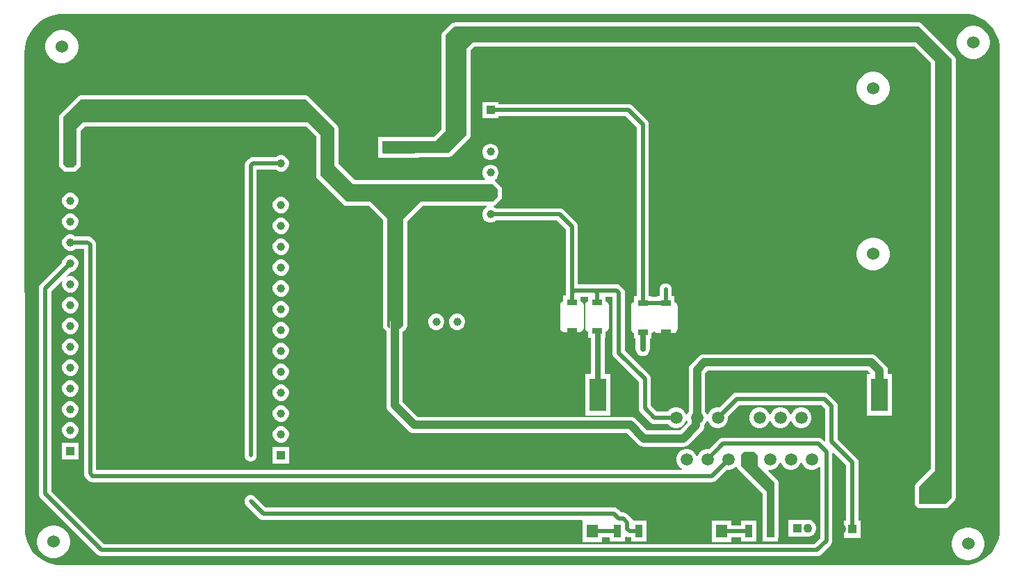
<source format=gtl>
%TF.GenerationSoftware,Altium Limited,Altium Designer,23.7.1 (13)*%
G04 Layer_Physical_Order=1*
G04 Layer_Color=255*
%FSLAX45Y45*%
%MOMM*%
%TF.SameCoordinates,4FC3C7EC-8D88-42E2-AD13-77C46488DAC4*%
%TF.FilePolarity,Positive*%
%TF.FileFunction,Copper,L1,Top,Signal*%
%TF.Part,Single*%
G01*
G75*
%TA.AperFunction,SMDPad,CuDef*%
%ADD10R,1.19380X0.66040*%
%ADD11R,1.40000X1.60000*%
%ADD12R,2.00000X4.00000*%
%ADD13R,0.90000X1.55000*%
%TA.AperFunction,Conductor*%
%ADD14C,0.50000*%
%ADD15C,0.70000*%
%ADD16C,1.00000*%
%TA.AperFunction,WasherPad*%
%ADD17C,1.52400*%
%TA.AperFunction,ComponentPad*%
%ADD18R,1.10000X1.10000*%
%ADD19C,1.10000*%
%ADD20C,1.50000*%
%ADD21R,1.50000X1.50000*%
%ADD22R,0.98500X0.98500*%
%ADD23C,0.98500*%
%ADD24R,4.00000X1.50000*%
%ADD25R,3.50000X1.50000*%
%ADD26R,1.50000X3.50000*%
%ADD27R,0.98500X0.98500*%
%TA.AperFunction,ViaPad*%
%ADD28C,0.50000*%
G36*
X560221Y6799898D02*
X11518900Y6799899D01*
X11522289Y6800573D01*
X11576083Y6797047D01*
X11632287Y6785868D01*
X11686552Y6767447D01*
X11737948Y6742102D01*
X11785595Y6710264D01*
X11828680Y6672480D01*
X11866464Y6629396D01*
X11898302Y6581748D01*
X11923647Y6530352D01*
X11942067Y6476087D01*
X11953247Y6419883D01*
X11956773Y6366090D01*
X11956099Y6362700D01*
X11956099Y520700D01*
X11956773Y517310D01*
X11953247Y463517D01*
X11942068Y407313D01*
X11923647Y353048D01*
X11898302Y301652D01*
X11866464Y254004D01*
X11828680Y210920D01*
X11785596Y173136D01*
X11737948Y141298D01*
X11686552Y115953D01*
X11632287Y97532D01*
X11576083Y86353D01*
X11522290Y82827D01*
X11518900Y83501D01*
X520700D01*
X517310Y82827D01*
X463517Y86353D01*
X407313Y97532D01*
X353048Y115953D01*
X301652Y141298D01*
X254004Y173136D01*
X210920Y210920D01*
X173136Y254004D01*
X141298Y301652D01*
X115953Y353048D01*
X97532Y407313D01*
X86353Y463517D01*
X83436Y508021D01*
X83501Y520700D01*
Y520767D01*
X83488Y533400D01*
X77401Y6317145D01*
X76655Y6320872D01*
X80546Y6380228D01*
X92892Y6442298D01*
X113235Y6502226D01*
X141225Y6558985D01*
X176385Y6611605D01*
X218113Y6659186D01*
X265693Y6700913D01*
X318314Y6736073D01*
X375073Y6764064D01*
X435001Y6784407D01*
X497071Y6796753D01*
X556462Y6800646D01*
X560221Y6799898D01*
D02*
G37*
%LPC*%
G36*
X11652898Y6651600D02*
X11613502D01*
X11574862Y6643914D01*
X11538465Y6628838D01*
X11505707Y6606950D01*
X11477850Y6579093D01*
X11455962Y6546335D01*
X11440886Y6509938D01*
X11433200Y6471298D01*
Y6431902D01*
X11440886Y6393262D01*
X11455962Y6356865D01*
X11477850Y6324107D01*
X11505707Y6296250D01*
X11538465Y6274362D01*
X11574862Y6259286D01*
X11613502Y6251600D01*
X11652898D01*
X11691538Y6259286D01*
X11727935Y6274362D01*
X11760693Y6296250D01*
X11788550Y6324107D01*
X11810438Y6356865D01*
X11825514Y6393262D01*
X11833200Y6431902D01*
Y6471298D01*
X11825514Y6509938D01*
X11810438Y6546335D01*
X11788550Y6579093D01*
X11760693Y6606950D01*
X11727935Y6628838D01*
X11691538Y6643914D01*
X11652898Y6651600D01*
D02*
G37*
G36*
X553098Y6600800D02*
X513702D01*
X475062Y6593114D01*
X438665Y6578038D01*
X405907Y6556150D01*
X378050Y6528293D01*
X356162Y6495535D01*
X341086Y6459138D01*
X333400Y6420498D01*
Y6381102D01*
X341086Y6342462D01*
X356162Y6306065D01*
X378050Y6273307D01*
X405907Y6245450D01*
X438665Y6223562D01*
X475062Y6208486D01*
X513702Y6200800D01*
X553098D01*
X591738Y6208486D01*
X628135Y6223562D01*
X660893Y6245450D01*
X688750Y6273307D01*
X710638Y6306065D01*
X725714Y6342462D01*
X733400Y6381102D01*
Y6420498D01*
X725714Y6459138D01*
X710638Y6495535D01*
X688750Y6528293D01*
X660893Y6556150D01*
X628135Y6578038D01*
X591738Y6593114D01*
X553098Y6600800D01*
D02*
G37*
G36*
X10433698Y6092800D02*
X10394302D01*
X10355662Y6085114D01*
X10319265Y6070038D01*
X10286507Y6048150D01*
X10258650Y6020293D01*
X10236762Y5987535D01*
X10221686Y5951138D01*
X10214000Y5912498D01*
Y5873102D01*
X10221686Y5834462D01*
X10236762Y5798065D01*
X10258650Y5765307D01*
X10286507Y5737450D01*
X10319265Y5715562D01*
X10355662Y5700486D01*
X10394302Y5692800D01*
X10433698D01*
X10472338Y5700486D01*
X10508735Y5715562D01*
X10541493Y5737450D01*
X10569350Y5765307D01*
X10591238Y5798065D01*
X10606314Y5834462D01*
X10614000Y5873102D01*
Y5912498D01*
X10606314Y5951138D01*
X10591238Y5987535D01*
X10569350Y6020293D01*
X10541493Y6048150D01*
X10508735Y6070038D01*
X10472338Y6085114D01*
X10433698Y6092800D01*
D02*
G37*
G36*
X5766167Y5217350D02*
X5740033D01*
X5714791Y5210586D01*
X5692159Y5197520D01*
X5673680Y5179041D01*
X5660614Y5156409D01*
X5653850Y5131167D01*
Y5105033D01*
X5660614Y5079791D01*
X5673680Y5057159D01*
X5692159Y5038680D01*
X5714791Y5025614D01*
X5740033Y5018850D01*
X5766167D01*
X5791409Y5025614D01*
X5814041Y5038680D01*
X5832520Y5057159D01*
X5845586Y5079791D01*
X5852350Y5105033D01*
Y5131167D01*
X5845586Y5156409D01*
X5832520Y5179041D01*
X5814041Y5197520D01*
X5791409Y5210586D01*
X5766167Y5217350D01*
D02*
G37*
G36*
X3213467Y5077650D02*
X3187333D01*
X3162091Y5070886D01*
X3139459Y5057820D01*
X3135687Y5054047D01*
X2861390D01*
X2841811Y5051469D01*
X2823566Y5043912D01*
X2807899Y5031891D01*
X2778609Y5002601D01*
X2766588Y4986934D01*
X2759031Y4968689D01*
X2756453Y4949110D01*
Y1422400D01*
X2757100Y1417484D01*
Y1412526D01*
X2758383Y1407737D01*
X2759031Y1402821D01*
X2760928Y1398241D01*
X2762211Y1393451D01*
X2764691Y1389156D01*
X2766588Y1384576D01*
X2769606Y1380643D01*
X2772085Y1376349D01*
X2775591Y1372844D01*
X2778609Y1368909D01*
X2782544Y1365891D01*
X2786049Y1362385D01*
X2790343Y1359906D01*
X2794276Y1356888D01*
X2798856Y1354991D01*
X2803151Y1352511D01*
X2807941Y1351228D01*
X2812521Y1349331D01*
X2817437Y1348683D01*
X2822226Y1347400D01*
X2827184D01*
X2832100Y1346753D01*
X2837016Y1347400D01*
X2841974D01*
X2846763Y1348683D01*
X2851679Y1349331D01*
X2856259Y1351228D01*
X2861049Y1352511D01*
X2865344Y1354991D01*
X2869924Y1356888D01*
X2873857Y1359906D01*
X2878151Y1362385D01*
X2881656Y1365891D01*
X2885591Y1368909D01*
X2888609Y1372844D01*
X2892115Y1376349D01*
X2894594Y1380643D01*
X2897612Y1384576D01*
X2899509Y1389156D01*
X2901989Y1393451D01*
X2903272Y1398241D01*
X2905169Y1402821D01*
X2905817Y1407737D01*
X2907100Y1412526D01*
Y1417484D01*
X2907747Y1422400D01*
Y4902753D01*
X3135687D01*
X3139459Y4898980D01*
X3162091Y4885914D01*
X3187333Y4879150D01*
X3213467D01*
X3238709Y4885914D01*
X3261341Y4898980D01*
X3279820Y4917459D01*
X3292886Y4940091D01*
X3299650Y4965333D01*
Y4991467D01*
X3292886Y5016709D01*
X3279820Y5039341D01*
X3261341Y5057820D01*
X3238709Y5070886D01*
X3213467Y5077650D01*
D02*
G37*
G36*
X648067Y4620450D02*
X621933D01*
X596691Y4613686D01*
X574059Y4600620D01*
X555580Y4582141D01*
X542514Y4559509D01*
X535750Y4534267D01*
Y4508133D01*
X542514Y4482891D01*
X555580Y4460259D01*
X574059Y4441780D01*
X596691Y4428714D01*
X621933Y4421950D01*
X648067D01*
X673309Y4428714D01*
X695941Y4441780D01*
X714420Y4460259D01*
X727486Y4482891D01*
X734250Y4508133D01*
Y4534267D01*
X727486Y4559509D01*
X714420Y4582141D01*
X695941Y4600620D01*
X673309Y4613686D01*
X648067Y4620450D01*
D02*
G37*
G36*
X3213467Y4569650D02*
X3187333D01*
X3162091Y4562886D01*
X3139459Y4549820D01*
X3120980Y4531341D01*
X3107914Y4508709D01*
X3101150Y4483467D01*
Y4457333D01*
X3107914Y4432091D01*
X3120980Y4409459D01*
X3139459Y4390980D01*
X3162091Y4377914D01*
X3187333Y4371150D01*
X3213467D01*
X3238709Y4377914D01*
X3261341Y4390980D01*
X3279820Y4409459D01*
X3292886Y4432091D01*
X3299650Y4457333D01*
Y4483467D01*
X3292886Y4508709D01*
X3279820Y4531341D01*
X3261341Y4549820D01*
X3238709Y4562886D01*
X3213467Y4569650D01*
D02*
G37*
G36*
X648067Y4366450D02*
X621933D01*
X596691Y4359686D01*
X574059Y4346620D01*
X555580Y4328141D01*
X542514Y4305509D01*
X535750Y4280267D01*
Y4254133D01*
X542514Y4228891D01*
X555580Y4206259D01*
X574059Y4187780D01*
X596691Y4174714D01*
X621933Y4167950D01*
X648067D01*
X673309Y4174714D01*
X695941Y4187780D01*
X714420Y4206259D01*
X727486Y4228891D01*
X734250Y4254133D01*
Y4280267D01*
X727486Y4305509D01*
X714420Y4328141D01*
X695941Y4346620D01*
X673309Y4359686D01*
X648067Y4366450D01*
D02*
G37*
G36*
X3213467Y4315650D02*
X3187333D01*
X3162091Y4308886D01*
X3139459Y4295820D01*
X3120980Y4277341D01*
X3107914Y4254709D01*
X3101150Y4229467D01*
Y4203333D01*
X3107914Y4178091D01*
X3120980Y4155459D01*
X3139459Y4136980D01*
X3162091Y4123914D01*
X3187333Y4117150D01*
X3213467D01*
X3238709Y4123914D01*
X3261341Y4136980D01*
X3279820Y4155459D01*
X3292886Y4178091D01*
X3299650Y4203333D01*
Y4229467D01*
X3292886Y4254709D01*
X3279820Y4277341D01*
X3261341Y4295820D01*
X3238709Y4308886D01*
X3213467Y4315650D01*
D02*
G37*
G36*
Y4061650D02*
X3187333D01*
X3162091Y4054886D01*
X3139459Y4041820D01*
X3120980Y4023341D01*
X3107914Y4000709D01*
X3101150Y3975467D01*
Y3949333D01*
X3107914Y3924091D01*
X3120980Y3901459D01*
X3139459Y3882980D01*
X3162091Y3869914D01*
X3187333Y3863150D01*
X3213467D01*
X3238709Y3869914D01*
X3261341Y3882980D01*
X3279820Y3901459D01*
X3292886Y3924091D01*
X3299650Y3949333D01*
Y3975467D01*
X3292886Y4000709D01*
X3279820Y4023341D01*
X3261341Y4041820D01*
X3238709Y4054886D01*
X3213467Y4061650D01*
D02*
G37*
G36*
X10433698Y4073500D02*
X10394302D01*
X10355662Y4065814D01*
X10319265Y4050738D01*
X10286507Y4028850D01*
X10258650Y4000993D01*
X10236762Y3968235D01*
X10221686Y3931838D01*
X10214000Y3893198D01*
Y3853802D01*
X10221686Y3815162D01*
X10236762Y3778765D01*
X10258650Y3746007D01*
X10286507Y3718150D01*
X10319265Y3696262D01*
X10355662Y3681186D01*
X10394302Y3673500D01*
X10433698D01*
X10472338Y3681186D01*
X10508735Y3696262D01*
X10541493Y3718150D01*
X10569350Y3746007D01*
X10591238Y3778765D01*
X10606314Y3815162D01*
X10614000Y3853802D01*
Y3893198D01*
X10606314Y3931838D01*
X10591238Y3968235D01*
X10569350Y4000993D01*
X10541493Y4028850D01*
X10508735Y4050738D01*
X10472338Y4065814D01*
X10433698Y4073500D01*
D02*
G37*
G36*
X3213467Y3807650D02*
X3187333D01*
X3162091Y3800886D01*
X3139459Y3787820D01*
X3120980Y3769341D01*
X3107914Y3746709D01*
X3101150Y3721467D01*
Y3695333D01*
X3107914Y3670091D01*
X3120980Y3647459D01*
X3139459Y3628980D01*
X3162091Y3615914D01*
X3187333Y3609150D01*
X3213467D01*
X3238709Y3615914D01*
X3261341Y3628980D01*
X3279820Y3647459D01*
X3292886Y3670091D01*
X3299650Y3695333D01*
Y3721467D01*
X3292886Y3746709D01*
X3279820Y3769341D01*
X3261341Y3787820D01*
X3238709Y3800886D01*
X3213467Y3807650D01*
D02*
G37*
G36*
Y3553650D02*
X3187333D01*
X3162091Y3546886D01*
X3139459Y3533820D01*
X3120980Y3515341D01*
X3107914Y3492709D01*
X3101150Y3467467D01*
Y3441333D01*
X3107914Y3416091D01*
X3120980Y3393459D01*
X3139459Y3374980D01*
X3162091Y3361914D01*
X3187333Y3355150D01*
X3213467D01*
X3238709Y3361914D01*
X3261341Y3374980D01*
X3279820Y3393459D01*
X3292886Y3416091D01*
X3299650Y3441333D01*
Y3467467D01*
X3292886Y3492709D01*
X3279820Y3515341D01*
X3261341Y3533820D01*
X3238709Y3546886D01*
X3213467Y3553650D01*
D02*
G37*
G36*
X648067Y3350450D02*
X621933D01*
X596691Y3343686D01*
X574059Y3330620D01*
X555580Y3312141D01*
X542514Y3289509D01*
X535750Y3264267D01*
Y3238133D01*
X542514Y3212891D01*
X555580Y3190259D01*
X574059Y3171780D01*
X596691Y3158714D01*
X621933Y3151950D01*
X648067D01*
X673309Y3158714D01*
X695941Y3171780D01*
X714420Y3190259D01*
X727486Y3212891D01*
X734250Y3238133D01*
Y3264267D01*
X727486Y3289509D01*
X714420Y3312141D01*
X695941Y3330620D01*
X673309Y3343686D01*
X648067Y3350450D01*
D02*
G37*
G36*
X3213467Y3299650D02*
X3187333D01*
X3162091Y3292886D01*
X3139459Y3279820D01*
X3120980Y3261341D01*
X3107914Y3238709D01*
X3101150Y3213467D01*
Y3187333D01*
X3107914Y3162091D01*
X3120980Y3139459D01*
X3139459Y3120980D01*
X3162091Y3107914D01*
X3187333Y3101150D01*
X3213467D01*
X3238709Y3107914D01*
X3261341Y3120980D01*
X3279820Y3139459D01*
X3292886Y3162091D01*
X3299650Y3187333D01*
Y3213467D01*
X3292886Y3238709D01*
X3279820Y3261341D01*
X3261341Y3279820D01*
X3238709Y3292886D01*
X3213467Y3299650D01*
D02*
G37*
G36*
X5852350Y5725350D02*
X5653850D01*
Y5526850D01*
X5852350D01*
Y5550453D01*
X7398166D01*
X7531653Y5416966D01*
Y3357080D01*
X7497610D01*
Y3283562D01*
X7495081Y3283059D01*
X7478542Y3272008D01*
X7467491Y3255469D01*
X7463610Y3235960D01*
Y2961640D01*
X7467491Y2942131D01*
X7478542Y2925592D01*
X7495081Y2914541D01*
X7497610Y2914038D01*
Y2840520D01*
X7521567D01*
Y2717800D01*
X7524488Y2695611D01*
X7533053Y2674933D01*
X7546677Y2657177D01*
X7564433Y2643553D01*
X7585111Y2634988D01*
X7607300Y2632067D01*
X7629489Y2634988D01*
X7650167Y2643553D01*
X7667923Y2657177D01*
X7681547Y2674933D01*
X7690112Y2695611D01*
X7693033Y2717800D01*
Y2840520D01*
X7716990D01*
Y2914038D01*
X7719519Y2914541D01*
X7736058Y2925592D01*
X7740650Y2932465D01*
X7753350D01*
X7757942Y2925592D01*
X7774481Y2914541D01*
X7793990Y2910660D01*
X7979410D01*
X7998919Y2914541D01*
X8015458Y2925592D01*
X8026509Y2942131D01*
X8030390Y2961640D01*
Y3235960D01*
X8026509Y3255469D01*
X8015458Y3272008D01*
X7998919Y3283059D01*
X7996390Y3283562D01*
Y3357080D01*
X7962347D01*
Y3441700D01*
X7961700Y3446616D01*
Y3451574D01*
X7960417Y3456363D01*
X7959769Y3461279D01*
X7957872Y3465859D01*
X7956589Y3470649D01*
X7954109Y3474944D01*
X7952212Y3479524D01*
X7949194Y3483457D01*
X7946715Y3487751D01*
X7943209Y3491256D01*
X7940191Y3495191D01*
X7936256Y3498209D01*
X7932751Y3501715D01*
X7928457Y3504194D01*
X7924524Y3507212D01*
X7919944Y3509109D01*
X7915649Y3511589D01*
X7910859Y3512872D01*
X7906279Y3514769D01*
X7901363Y3515417D01*
X7896574Y3516700D01*
X7891616D01*
X7886700Y3517347D01*
X7881784Y3516700D01*
X7876826D01*
X7872037Y3515417D01*
X7867121Y3514769D01*
X7862541Y3512872D01*
X7857751Y3511589D01*
X7853456Y3509109D01*
X7848876Y3507212D01*
X7844943Y3504194D01*
X7840649Y3501715D01*
X7837144Y3498209D01*
X7833209Y3495191D01*
X7830191Y3491256D01*
X7826685Y3487751D01*
X7824206Y3483457D01*
X7821188Y3479524D01*
X7819291Y3474944D01*
X7816811Y3470649D01*
X7815528Y3465859D01*
X7813631Y3461279D01*
X7812983Y3456363D01*
X7811700Y3451574D01*
Y3446616D01*
X7811053Y3441700D01*
Y3357080D01*
X7777010D01*
Y3349707D01*
X7716990D01*
Y3357080D01*
X7682947D01*
Y5448300D01*
X7680369Y5467879D01*
X7672812Y5486124D01*
X7660791Y5501791D01*
X7660790Y5501791D01*
X7482991Y5679591D01*
X7467324Y5691612D01*
X7449079Y5699169D01*
X7429500Y5701747D01*
X5852350D01*
Y5725350D01*
D02*
G37*
G36*
X648067Y3096450D02*
X621933D01*
X596691Y3089686D01*
X574059Y3076620D01*
X555580Y3058141D01*
X542514Y3035509D01*
X535750Y3010267D01*
Y2984133D01*
X542514Y2958891D01*
X555580Y2936259D01*
X574059Y2917780D01*
X596691Y2904714D01*
X621933Y2897950D01*
X648067D01*
X673309Y2904714D01*
X695941Y2917780D01*
X714420Y2936259D01*
X727486Y2958891D01*
X734250Y2984133D01*
Y3010267D01*
X727486Y3035509D01*
X714420Y3058141D01*
X695941Y3076620D01*
X673309Y3089686D01*
X648067Y3096450D01*
D02*
G37*
G36*
X3213467Y3045650D02*
X3187333D01*
X3162091Y3038886D01*
X3139459Y3025820D01*
X3120980Y3007341D01*
X3107914Y2984709D01*
X3101150Y2959467D01*
Y2933333D01*
X3107914Y2908091D01*
X3120980Y2885459D01*
X3139459Y2866980D01*
X3162091Y2853914D01*
X3187333Y2847150D01*
X3213467D01*
X3238709Y2853914D01*
X3261341Y2866980D01*
X3279820Y2885459D01*
X3292886Y2908091D01*
X3299650Y2933333D01*
Y2959467D01*
X3292886Y2984709D01*
X3279820Y3007341D01*
X3261341Y3025820D01*
X3238709Y3038886D01*
X3213467Y3045650D01*
D02*
G37*
G36*
X648067Y2842450D02*
X621933D01*
X596691Y2835686D01*
X574059Y2822620D01*
X555580Y2804141D01*
X542514Y2781509D01*
X535750Y2756267D01*
Y2730133D01*
X542514Y2704891D01*
X555580Y2682259D01*
X574059Y2663780D01*
X596691Y2650714D01*
X621933Y2643950D01*
X648067D01*
X673309Y2650714D01*
X695941Y2663780D01*
X714420Y2682259D01*
X727486Y2704891D01*
X734250Y2730133D01*
Y2756267D01*
X727486Y2781509D01*
X714420Y2804141D01*
X695941Y2822620D01*
X673309Y2835686D01*
X648067Y2842450D01*
D02*
G37*
G36*
X3213467Y2791650D02*
X3187333D01*
X3162091Y2784886D01*
X3139459Y2771820D01*
X3120980Y2753341D01*
X3107914Y2730709D01*
X3101150Y2705467D01*
Y2679333D01*
X3107914Y2654091D01*
X3120980Y2631459D01*
X3139459Y2612980D01*
X3162091Y2599914D01*
X3187333Y2593150D01*
X3213467D01*
X3238709Y2599914D01*
X3261341Y2612980D01*
X3279820Y2631459D01*
X3292886Y2654091D01*
X3299650Y2679333D01*
Y2705467D01*
X3292886Y2730709D01*
X3279820Y2753341D01*
X3261341Y2771820D01*
X3238709Y2784886D01*
X3213467Y2791650D01*
D02*
G37*
G36*
X648067Y2588450D02*
X621933D01*
X596691Y2581686D01*
X574059Y2568620D01*
X555580Y2550141D01*
X542514Y2527509D01*
X535750Y2502267D01*
Y2476133D01*
X542514Y2450891D01*
X555580Y2428259D01*
X574059Y2409780D01*
X596691Y2396714D01*
X621933Y2389950D01*
X648067D01*
X673309Y2396714D01*
X695941Y2409780D01*
X714420Y2428259D01*
X727486Y2450891D01*
X734250Y2476133D01*
Y2502267D01*
X727486Y2527509D01*
X714420Y2550141D01*
X695941Y2568620D01*
X673309Y2581686D01*
X648067Y2588450D01*
D02*
G37*
G36*
X3213467Y2537650D02*
X3187333D01*
X3162091Y2530886D01*
X3139459Y2517820D01*
X3120980Y2499341D01*
X3107914Y2476709D01*
X3101150Y2451467D01*
Y2425333D01*
X3107914Y2400091D01*
X3120980Y2377459D01*
X3139459Y2358980D01*
X3162091Y2345914D01*
X3187333Y2339150D01*
X3213467D01*
X3238709Y2345914D01*
X3261341Y2358980D01*
X3279820Y2377459D01*
X3292886Y2400091D01*
X3299650Y2425333D01*
Y2451467D01*
X3292886Y2476709D01*
X3279820Y2499341D01*
X3261341Y2517820D01*
X3238709Y2530886D01*
X3213467Y2537650D01*
D02*
G37*
G36*
X648067Y2334450D02*
X621933D01*
X596691Y2327686D01*
X574059Y2314620D01*
X555580Y2296141D01*
X542514Y2273509D01*
X535750Y2248267D01*
Y2222133D01*
X542514Y2196891D01*
X555580Y2174259D01*
X574059Y2155780D01*
X596691Y2142714D01*
X621933Y2135950D01*
X648067D01*
X673309Y2142714D01*
X695941Y2155780D01*
X714420Y2174259D01*
X727486Y2196891D01*
X734250Y2222133D01*
Y2248267D01*
X727486Y2273509D01*
X714420Y2296141D01*
X695941Y2314620D01*
X673309Y2327686D01*
X648067Y2334450D01*
D02*
G37*
G36*
X3213467Y2283650D02*
X3187333D01*
X3162091Y2276886D01*
X3139459Y2263820D01*
X3120980Y2245341D01*
X3107914Y2222709D01*
X3101150Y2197467D01*
Y2171333D01*
X3107914Y2146091D01*
X3120980Y2123459D01*
X3139459Y2104980D01*
X3162091Y2091914D01*
X3187333Y2085150D01*
X3213467D01*
X3238709Y2091914D01*
X3261341Y2104980D01*
X3279820Y2123459D01*
X3292886Y2146091D01*
X3299650Y2171333D01*
Y2197467D01*
X3292886Y2222709D01*
X3279820Y2245341D01*
X3261341Y2263820D01*
X3238709Y2276886D01*
X3213467Y2283650D01*
D02*
G37*
G36*
X9554157Y2004600D02*
X9521243D01*
X9489452Y1996081D01*
X9460948Y1979625D01*
X9437675Y1956352D01*
X9421219Y1927848D01*
X9417274Y1913126D01*
X9404126D01*
X9400181Y1927848D01*
X9383725Y1956352D01*
X9360452Y1979625D01*
X9331948Y1996081D01*
X9300157Y2004600D01*
X9267243D01*
X9235452Y1996081D01*
X9206948Y1979625D01*
X9183675Y1956352D01*
X9167219Y1927848D01*
X9163274Y1913126D01*
X9150126D01*
X9146181Y1927848D01*
X9129725Y1956352D01*
X9106452Y1979625D01*
X9077948Y1996081D01*
X9046157Y2004600D01*
X9013243D01*
X8981452Y1996081D01*
X8952948Y1979625D01*
X8929675Y1956352D01*
X8913219Y1927848D01*
X8904700Y1896057D01*
Y1863143D01*
X8913219Y1831352D01*
X8929675Y1802848D01*
X8952948Y1779575D01*
X8981452Y1763119D01*
X9013243Y1754600D01*
X9046157D01*
X9077948Y1763119D01*
X9106452Y1779575D01*
X9129725Y1802848D01*
X9146181Y1831352D01*
X9150126Y1846074D01*
X9163274D01*
X9167219Y1831352D01*
X9183675Y1802848D01*
X9206948Y1779575D01*
X9235452Y1763119D01*
X9267243Y1754600D01*
X9300157D01*
X9331948Y1763119D01*
X9360452Y1779575D01*
X9383725Y1802848D01*
X9400181Y1831352D01*
X9404126Y1846074D01*
X9417274D01*
X9421219Y1831352D01*
X9437675Y1802848D01*
X9460948Y1779575D01*
X9489452Y1763119D01*
X9521243Y1754600D01*
X9554157D01*
X9585948Y1763119D01*
X9614452Y1779575D01*
X9637725Y1802848D01*
X9654181Y1831352D01*
X9662700Y1863143D01*
Y1896057D01*
X9654181Y1927848D01*
X9637725Y1956352D01*
X9614452Y1979625D01*
X9585948Y1996081D01*
X9554157Y2004600D01*
D02*
G37*
G36*
X648067Y2080450D02*
X621933D01*
X596691Y2073686D01*
X574059Y2060620D01*
X555580Y2042141D01*
X542514Y2019509D01*
X535750Y1994267D01*
Y1968133D01*
X542514Y1942891D01*
X555580Y1920259D01*
X574059Y1901780D01*
X596691Y1888714D01*
X621933Y1881950D01*
X648067D01*
X673309Y1888714D01*
X695941Y1901780D01*
X714420Y1920259D01*
X727486Y1942891D01*
X734250Y1968133D01*
Y1994267D01*
X727486Y2019509D01*
X714420Y2042141D01*
X695941Y2060620D01*
X673309Y2073686D01*
X648067Y2080450D01*
D02*
G37*
G36*
X3213467Y2029650D02*
X3187333D01*
X3162091Y2022886D01*
X3139459Y2009820D01*
X3120980Y1991341D01*
X3107914Y1968709D01*
X3101150Y1943467D01*
Y1917333D01*
X3107914Y1892091D01*
X3120980Y1869459D01*
X3139459Y1850980D01*
X3162091Y1837914D01*
X3187333Y1831150D01*
X3213467D01*
X3238709Y1837914D01*
X3261341Y1850980D01*
X3279820Y1869459D01*
X3292886Y1892091D01*
X3299650Y1917333D01*
Y1943467D01*
X3292886Y1968709D01*
X3279820Y1991341D01*
X3261341Y2009820D01*
X3238709Y2022886D01*
X3213467Y2029650D01*
D02*
G37*
G36*
X648067Y1826450D02*
X621933D01*
X596691Y1819686D01*
X574059Y1806620D01*
X555580Y1788141D01*
X542514Y1765509D01*
X535750Y1740267D01*
Y1714133D01*
X542514Y1688891D01*
X555580Y1666259D01*
X574059Y1647780D01*
X596691Y1634714D01*
X621933Y1627950D01*
X648067D01*
X673309Y1634714D01*
X695941Y1647780D01*
X714420Y1666259D01*
X727486Y1688891D01*
X734250Y1714133D01*
Y1740267D01*
X727486Y1765509D01*
X714420Y1788141D01*
X695941Y1806620D01*
X673309Y1819686D01*
X648067Y1826450D01*
D02*
G37*
G36*
X3505200Y5804080D02*
X762000D01*
X742491Y5800199D01*
X725952Y5789148D01*
X510052Y5573248D01*
X499001Y5556709D01*
X495120Y5537200D01*
Y4965700D01*
X499001Y4946191D01*
X510052Y4929652D01*
X548152Y4891552D01*
X564691Y4880501D01*
X584200Y4876620D01*
X673100D01*
X692609Y4880501D01*
X709148Y4891552D01*
X747248Y4929652D01*
X758299Y4946191D01*
X762180Y4965699D01*
Y5376383D01*
X808516Y5422720D01*
X3509483D01*
X3632020Y5300183D01*
Y4826000D01*
X3635901Y4806491D01*
X3646952Y4789952D01*
X3964452Y4472452D01*
X3980991Y4461401D01*
X4000500Y4457520D01*
X4271484D01*
X4444820Y4284184D01*
Y2997200D01*
X4448701Y2977691D01*
X4459752Y2961152D01*
X4483350Y2937554D01*
X4483837Y2937228D01*
Y2032000D01*
X4487274Y2005895D01*
X4497350Y1981569D01*
X4513379Y1960679D01*
X4754679Y1719379D01*
X4775569Y1703350D01*
X4799895Y1693274D01*
X4826000Y1689837D01*
X7413121D01*
X7548679Y1554279D01*
X7569569Y1538250D01*
X7593895Y1528174D01*
X7620000Y1524737D01*
X8101503D01*
X8127608Y1528174D01*
X8151934Y1538250D01*
X8172824Y1554279D01*
X8329454Y1710909D01*
X8345483Y1731799D01*
X8355559Y1756125D01*
X8358996Y1782230D01*
Y1794119D01*
X8367725Y1802848D01*
X8384181Y1831352D01*
X8388126Y1846074D01*
X8401274D01*
X8405219Y1831352D01*
X8421675Y1802848D01*
X8444948Y1779575D01*
X8473452Y1763119D01*
X8505243Y1754600D01*
X8538157D01*
X8569948Y1763119D01*
X8598452Y1779575D01*
X8621725Y1802848D01*
X8638181Y1831352D01*
X8646700Y1863143D01*
Y1896057D01*
X8646370Y1897289D01*
X8781634Y2032553D01*
X9785766D01*
X9830353Y1987966D01*
Y1597589D01*
X9817653Y1592328D01*
X9794391Y1615591D01*
X9778724Y1627612D01*
X9760479Y1635169D01*
X9740900Y1637747D01*
X8585200D01*
X8565621Y1635169D01*
X8547376Y1627612D01*
X8531709Y1615591D01*
X8412389Y1496270D01*
X8411157Y1496600D01*
X8378243D01*
X8346452Y1488081D01*
X8317948Y1471625D01*
X8294675Y1448352D01*
X8278219Y1419848D01*
X8274274Y1405126D01*
X8261126D01*
X8257181Y1419848D01*
X8240725Y1448352D01*
X8217452Y1471625D01*
X8188948Y1488081D01*
X8157157Y1496600D01*
X8124243D01*
X8092452Y1488081D01*
X8063948Y1471625D01*
X8040675Y1448352D01*
X8024219Y1419848D01*
X8015700Y1388057D01*
Y1355143D01*
X8024219Y1323352D01*
X8040675Y1294848D01*
X8063948Y1271575D01*
X8087560Y1257943D01*
X8084157Y1245243D01*
X951947D01*
Y3983910D01*
X949369Y4003489D01*
X941812Y4021734D01*
X929791Y4037401D01*
X900501Y4066691D01*
X884834Y4078712D01*
X866589Y4086269D01*
X847010Y4088847D01*
X699713D01*
X695941Y4092620D01*
X673309Y4105686D01*
X648067Y4112450D01*
X621933D01*
X596691Y4105686D01*
X574059Y4092620D01*
X555580Y4074141D01*
X542514Y4051509D01*
X535750Y4026267D01*
Y4000133D01*
X542514Y3974891D01*
X555580Y3952259D01*
X574059Y3933780D01*
X596691Y3920714D01*
X621933Y3913950D01*
X648067D01*
X673309Y3920714D01*
X695941Y3933780D01*
X699713Y3937553D01*
X800653D01*
Y1198886D01*
X803231Y1179307D01*
X810788Y1161062D01*
X822809Y1145395D01*
X852099Y1116105D01*
X867766Y1104084D01*
X886011Y1096527D01*
X905590Y1093949D01*
X8446696D01*
X8466275Y1096527D01*
X8484520Y1104084D01*
X8500187Y1116105D01*
X8631011Y1246930D01*
X8632243Y1246600D01*
X8665157D01*
X8696948Y1255119D01*
X8725452Y1271575D01*
X8739180Y1285303D01*
X8752960Y1281123D01*
X8754001Y1275891D01*
X8765052Y1259352D01*
X8866651Y1157753D01*
X8866652Y1157752D01*
X9067620Y956784D01*
Y622800D01*
X9067200D01*
Y367800D01*
X9257200D01*
Y412665D01*
X9258480Y419100D01*
Y1092200D01*
X9254599Y1111709D01*
X9243548Y1128248D01*
X9136236Y1235560D01*
X9143156Y1246600D01*
X9173157D01*
X9204948Y1255119D01*
X9233452Y1271575D01*
X9256725Y1294848D01*
X9273181Y1323352D01*
X9277126Y1338074D01*
X9290274D01*
X9294219Y1323352D01*
X9310675Y1294848D01*
X9333948Y1271575D01*
X9362452Y1255119D01*
X9394243Y1246600D01*
X9427157D01*
X9458948Y1255119D01*
X9487452Y1271575D01*
X9510725Y1294848D01*
X9527181Y1323352D01*
X9531126Y1338074D01*
X9544274D01*
X9548219Y1323352D01*
X9564675Y1294848D01*
X9587948Y1271575D01*
X9616452Y1255119D01*
X9648243Y1246600D01*
X9681157D01*
X9712948Y1255119D01*
X9741452Y1271575D01*
X9754153Y1284277D01*
X9766853Y1279016D01*
Y412334D01*
X9696866Y342347D01*
X1047334D01*
X405847Y983834D01*
Y3423066D01*
X531345Y3548564D01*
X536011Y3546452D01*
X541878Y3541137D01*
X535750Y3518267D01*
Y3492133D01*
X542514Y3466891D01*
X555580Y3444259D01*
X574059Y3425780D01*
X596691Y3412714D01*
X621933Y3405950D01*
X648067D01*
X673309Y3412714D01*
X695941Y3425780D01*
X714420Y3444259D01*
X727486Y3466891D01*
X734250Y3492133D01*
Y3518267D01*
X727486Y3543509D01*
X714420Y3566141D01*
X695941Y3584620D01*
X673309Y3597686D01*
X648067Y3604450D01*
X621933D01*
X599063Y3598322D01*
X593748Y3604188D01*
X591636Y3608855D01*
X642731Y3659950D01*
X648067D01*
X673309Y3666714D01*
X695941Y3679780D01*
X714420Y3698259D01*
X727486Y3720891D01*
X734250Y3746133D01*
Y3772267D01*
X727486Y3797509D01*
X714420Y3820141D01*
X695941Y3838620D01*
X673309Y3851686D01*
X648067Y3858450D01*
X621933D01*
X596691Y3851686D01*
X574059Y3838620D01*
X555580Y3820141D01*
X542514Y3797509D01*
X535750Y3772267D01*
Y3766931D01*
X276709Y3507891D01*
X264688Y3492224D01*
X257131Y3473979D01*
X254553Y3454400D01*
Y952500D01*
X257131Y932921D01*
X264688Y914676D01*
X276709Y899009D01*
X962509Y213210D01*
X962509Y213209D01*
X978176Y201188D01*
X996421Y193631D01*
X1016000Y191053D01*
X1016002Y191053D01*
X9728200D01*
X9747779Y193631D01*
X9766024Y201188D01*
X9781691Y213209D01*
X9895991Y327509D01*
X9908012Y343176D01*
X9915569Y361421D01*
X9918147Y381000D01*
Y1450411D01*
X9930847Y1455672D01*
X10084353Y1302166D01*
Y625700D01*
X10055000D01*
Y415700D01*
X10265000D01*
Y625700D01*
X10235647D01*
Y1333498D01*
X10235647Y1333500D01*
X10233069Y1353079D01*
X10225512Y1371324D01*
X10213491Y1386991D01*
X10213490Y1386991D01*
X9981647Y1618834D01*
Y2019300D01*
X9979069Y2038879D01*
X9971512Y2057124D01*
X9959491Y2072791D01*
X9959490Y2072792D01*
X9870591Y2161691D01*
X9854924Y2173712D01*
X9836679Y2181269D01*
X9817100Y2183847D01*
X8750300D01*
X8730721Y2181269D01*
X8712476Y2173712D01*
X8696809Y2161691D01*
X8539389Y2004270D01*
X8538157Y2004600D01*
X8505243D01*
X8473452Y1996081D01*
X8444948Y1979625D01*
X8421675Y1956352D01*
X8405219Y1927848D01*
X8401274Y1913126D01*
X8388126D01*
X8384181Y1927848D01*
X8368563Y1954900D01*
Y2422021D01*
X8398379Y2451837D01*
X10346821D01*
X10377559Y2421100D01*
X10372298Y2408400D01*
X10340200D01*
Y1908400D01*
X10640200D01*
Y2408400D01*
X10591063D01*
Y2451100D01*
X10587626Y2477205D01*
X10577550Y2501531D01*
X10561521Y2522421D01*
X10459921Y2624021D01*
X10439031Y2640050D01*
X10414705Y2650126D01*
X10388600Y2653563D01*
X8356600D01*
X8330495Y2650126D01*
X8306169Y2640050D01*
X8285279Y2624021D01*
X8196379Y2535121D01*
X8180350Y2514231D01*
X8170274Y2489905D01*
X8166837Y2463800D01*
Y1954900D01*
X8151219Y1927848D01*
X8147274Y1913126D01*
X8134126D01*
X8130181Y1927848D01*
X8113725Y1956352D01*
X8090452Y1979625D01*
X8061948Y1996081D01*
X8030157Y2004600D01*
X7997243D01*
X7965452Y1996081D01*
X7936948Y1979625D01*
X7913675Y1956352D01*
X7913038Y1955247D01*
X7778334D01*
X7708347Y2025234D01*
Y2349498D01*
X7708347Y2349500D01*
X7707058Y2359289D01*
X7705769Y2369079D01*
X7698212Y2387324D01*
X7686191Y2402991D01*
X7390847Y2698334D01*
Y3399710D01*
X7388269Y3419289D01*
X7380712Y3437534D01*
X7368691Y3453201D01*
X7339401Y3482491D01*
X7323734Y3494512D01*
X7305489Y3502069D01*
X7285910Y3504647D01*
X6819347D01*
Y4203700D01*
X6816769Y4223279D01*
X6809212Y4241524D01*
X6797191Y4257191D01*
X6644791Y4409591D01*
X6629124Y4421612D01*
X6610879Y4429169D01*
X6591300Y4431747D01*
X5817813D01*
X5814041Y4435520D01*
X5793273Y4447510D01*
X5792850Y4453800D01*
X5794773Y4460757D01*
X5798009Y4461401D01*
X5814548Y4472452D01*
X5878048Y4535952D01*
X5889099Y4552491D01*
X5892980Y4572000D01*
Y4660900D01*
X5889099Y4680409D01*
X5878048Y4696948D01*
X5814548Y4760448D01*
X5806631Y4765738D01*
X5807121Y4780685D01*
X5814041Y4784680D01*
X5832520Y4803159D01*
X5845586Y4825791D01*
X5852350Y4851033D01*
Y4877167D01*
X5845586Y4902409D01*
X5832520Y4925041D01*
X5814041Y4943520D01*
X5791409Y4956586D01*
X5766167Y4963350D01*
X5740033D01*
X5714791Y4956586D01*
X5692159Y4943520D01*
X5673680Y4925041D01*
X5660614Y4902409D01*
X5653850Y4877167D01*
Y4851033D01*
X5660614Y4825791D01*
X5673680Y4803159D01*
X5688760Y4788080D01*
X5683953Y4775380D01*
X4097815D01*
X3899079Y4974114D01*
X3899080Y5410200D01*
X3895199Y5429709D01*
X3884148Y5446248D01*
X3541248Y5789148D01*
X3524709Y5800199D01*
X3505200Y5804080D01*
D02*
G37*
G36*
X3213467Y1775650D02*
X3187333D01*
X3162091Y1768886D01*
X3139459Y1755820D01*
X3120980Y1737341D01*
X3107914Y1714709D01*
X3101150Y1689467D01*
Y1663333D01*
X3107914Y1638091D01*
X3120980Y1615459D01*
X3139459Y1596980D01*
X3162091Y1583914D01*
X3187333Y1577150D01*
X3213467D01*
X3238709Y1583914D01*
X3261341Y1596980D01*
X3279820Y1615459D01*
X3292886Y1638091D01*
X3299650Y1663333D01*
Y1689467D01*
X3292886Y1714709D01*
X3279820Y1737341D01*
X3261341Y1755820D01*
X3238709Y1768886D01*
X3213467Y1775650D01*
D02*
G37*
G36*
X734250Y1572450D02*
X535750D01*
Y1373950D01*
X734250D01*
Y1572450D01*
D02*
G37*
G36*
X3299650Y1521650D02*
X3101150D01*
Y1323150D01*
X3299650D01*
Y1521650D01*
D02*
G37*
G36*
X10972800Y6693080D02*
X5313622D01*
X5308697Y6692100D01*
X5303675D01*
X5299035Y6691177D01*
X5294397Y6689256D01*
X5294113Y6689199D01*
X5293872Y6689038D01*
X5285828Y6685706D01*
X5285541Y6685649D01*
X5285298Y6685487D01*
X5280661Y6683566D01*
X5276729Y6680939D01*
X5273178Y6677389D01*
X5269002Y6674598D01*
X5174503Y6580099D01*
X5171714Y6575924D01*
X5168163Y6572373D01*
X5165534Y6568440D01*
X5163613Y6563801D01*
X5163452Y6563560D01*
X5163395Y6563275D01*
X5160064Y6555232D01*
X5159901Y6554988D01*
X5159844Y6554702D01*
X5157923Y6550063D01*
X5157000Y6545425D01*
Y6540404D01*
X5156020Y6535479D01*
Y5393216D01*
X5058884Y5296080D01*
X4885500D01*
Y5298700D01*
X4385500D01*
Y5261092D01*
X4385220Y5259685D01*
X4383299Y5255046D01*
X4382300Y5250026D01*
Y5245004D01*
X4381320Y5240079D01*
Y5110421D01*
X4382300Y5105496D01*
Y5100474D01*
X4383299Y5095454D01*
X4385220Y5090815D01*
X4385500Y5089408D01*
Y5048700D01*
X4885500D01*
Y5054420D01*
X5240079D01*
X5245004Y5055400D01*
X5250024D01*
X5254662Y5056322D01*
X5254663Y5056323D01*
X5254664D01*
X5259303Y5058244D01*
X5259588Y5058301D01*
X5259830Y5058463D01*
X5267874Y5061795D01*
X5268159Y5061851D01*
X5268401Y5062012D01*
X5273040Y5063934D01*
X5273041Y5063935D01*
X5276973Y5066563D01*
X5280524Y5070113D01*
X5284698Y5072902D01*
X5389098Y5177302D01*
X5493498Y5281702D01*
X5496287Y5285877D01*
X5499838Y5289427D01*
X5502465Y5293360D01*
X5504387Y5297999D01*
X5504549Y5298241D01*
X5504605Y5298526D01*
X5507936Y5306568D01*
X5508099Y5306812D01*
X5508156Y5307098D01*
X5510077Y5311737D01*
X5511000Y5316375D01*
Y5321396D01*
X5511980Y5326321D01*
Y6354283D01*
X5558316Y6400620D01*
X10913584D01*
X11112320Y6201884D01*
Y1253017D01*
X10940303Y1080999D01*
X10937514Y1076824D01*
X10933963Y1073273D01*
X10931334Y1069340D01*
X10929413Y1064701D01*
X10929252Y1064460D01*
X10929195Y1064175D01*
X10925864Y1056132D01*
X10925701Y1055888D01*
X10925644Y1055602D01*
X10923723Y1050963D01*
X10922800Y1046325D01*
Y1041304D01*
X10921820Y1036379D01*
Y843221D01*
X10922800Y838296D01*
Y833276D01*
X10923722Y828638D01*
Y828637D01*
X10925644Y823997D01*
X10925701Y823712D01*
X10925863Y823470D01*
X10929195Y815426D01*
X10929251Y815140D01*
X10929413Y814898D01*
X10931334Y810260D01*
X10931334Y810260D01*
X10933962Y806328D01*
X10937512Y802777D01*
X10940303Y798601D01*
X10945902Y793002D01*
X10950076Y790213D01*
X10953626Y786663D01*
X10957559Y784035D01*
X10962200Y782112D01*
X10962442Y781951D01*
X10962726Y781895D01*
X10970769Y778563D01*
X10971012Y778401D01*
X10971298Y778344D01*
X10975937Y776423D01*
X10980575Y775500D01*
X10985596D01*
X10990521Y774520D01*
X11285279D01*
X11290203Y775500D01*
X11295224D01*
X11299863Y776422D01*
X11304502Y778344D01*
X11304788Y778401D01*
X11305030Y778563D01*
X11313074Y781895D01*
X11313359Y781951D01*
X11313601Y782113D01*
X11318239Y784034D01*
X11322173Y786662D01*
X11325723Y790212D01*
X11329898Y793002D01*
X11402548Y865652D01*
X11413599Y882191D01*
X11417480Y901700D01*
Y6248400D01*
X11413599Y6267909D01*
X11402548Y6284448D01*
X11008848Y6678148D01*
X10992309Y6689199D01*
X10972800Y6693080D01*
D02*
G37*
G36*
X9591900Y638400D02*
Y638400D01*
X9381900D01*
Y428400D01*
X9591900D01*
Y428400D01*
X9594016Y430024D01*
X9600077Y428400D01*
X9627723D01*
X9654428Y435556D01*
X9678371Y449379D01*
X9697921Y468929D01*
X9711744Y492872D01*
X9718900Y519577D01*
Y547223D01*
X9711744Y573928D01*
X9697921Y597871D01*
X9678371Y617421D01*
X9654428Y631244D01*
X9627723Y638400D01*
X9600077D01*
X9594016Y636776D01*
X9591900Y638400D01*
D02*
G37*
G36*
X8690100Y625300D02*
X8450100D01*
Y365300D01*
X8690100D01*
Y419653D01*
X8802200D01*
Y367800D01*
X8992200D01*
Y622800D01*
X8802200D01*
Y570947D01*
X8690100D01*
Y625300D01*
D02*
G37*
G36*
X2832100Y939247D02*
X2827184Y938600D01*
X2822226D01*
X2817437Y937317D01*
X2812521Y936669D01*
X2807941Y934772D01*
X2803151Y933489D01*
X2798856Y931009D01*
X2794276Y929112D01*
X2790343Y926094D01*
X2786049Y923615D01*
X2782544Y920109D01*
X2778609Y917091D01*
X2775591Y913156D01*
X2772085Y909651D01*
X2769606Y905357D01*
X2766588Y901424D01*
X2764691Y896844D01*
X2762211Y892549D01*
X2760928Y887759D01*
X2759031Y883179D01*
X2758383Y878263D01*
X2757100Y873474D01*
Y868516D01*
X2756453Y863600D01*
X2757100Y858684D01*
Y853726D01*
X2758383Y848937D01*
X2759031Y844021D01*
X2760928Y839441D01*
X2762211Y834651D01*
X2764691Y830356D01*
X2766588Y825776D01*
X2769606Y821843D01*
X2772085Y817549D01*
X2775591Y814044D01*
X2778609Y810109D01*
X2931009Y657709D01*
X2946676Y645688D01*
X2964921Y638131D01*
X2984500Y635553D01*
X6869393D01*
X6875300Y625299D01*
Y365300D01*
X7115300D01*
Y419653D01*
X7202000D01*
Y367800D01*
X7392000D01*
Y426414D01*
X7404700Y432678D01*
X7408466Y429788D01*
X7426711Y422231D01*
X7446289Y419653D01*
X7467000D01*
Y367800D01*
X7657000D01*
Y622800D01*
X7490154D01*
X7490069Y623445D01*
X7482512Y641689D01*
X7470491Y657356D01*
X7426556Y701290D01*
X7410889Y713312D01*
X7392645Y720869D01*
X7373066Y723447D01*
X7346434D01*
X7305191Y764691D01*
X7289524Y776712D01*
X7271279Y784269D01*
X7251700Y786847D01*
X3015834D01*
X2885591Y917091D01*
X2881656Y920109D01*
X2878151Y923615D01*
X2873857Y926094D01*
X2869924Y929112D01*
X2865344Y931009D01*
X2861049Y933489D01*
X2856259Y934772D01*
X2851679Y936669D01*
X2846763Y937317D01*
X2841974Y938600D01*
X2837016D01*
X2832100Y939247D01*
D02*
G37*
G36*
X451498Y568300D02*
X412102D01*
X373462Y560614D01*
X337065Y545538D01*
X304307Y523650D01*
X276450Y495793D01*
X254562Y463035D01*
X239486Y426638D01*
X231800Y387998D01*
Y348602D01*
X239486Y309962D01*
X254562Y273565D01*
X276450Y240807D01*
X304307Y212950D01*
X337065Y191062D01*
X373462Y175986D01*
X412102Y168300D01*
X451498D01*
X490138Y175986D01*
X526535Y191062D01*
X559293Y212950D01*
X587150Y240807D01*
X609038Y273565D01*
X624114Y309962D01*
X631800Y348602D01*
Y387998D01*
X624114Y426638D01*
X609038Y463035D01*
X587150Y495793D01*
X559293Y523650D01*
X526535Y545538D01*
X490138Y560614D01*
X451498Y568300D01*
D02*
G37*
G36*
X11589398Y542900D02*
X11550002D01*
X11511362Y535214D01*
X11474965Y520138D01*
X11442207Y498250D01*
X11414350Y470393D01*
X11392462Y437635D01*
X11377386Y401238D01*
X11369700Y362598D01*
Y323202D01*
X11377386Y284562D01*
X11392462Y248165D01*
X11414350Y215407D01*
X11442207Y187550D01*
X11474965Y165662D01*
X11511362Y150586D01*
X11550002Y142900D01*
X11589398D01*
X11628038Y150586D01*
X11664435Y165662D01*
X11697193Y187550D01*
X11725050Y215407D01*
X11746938Y248165D01*
X11762014Y284562D01*
X11769700Y323202D01*
Y362598D01*
X11762014Y401238D01*
X11746938Y437635D01*
X11725050Y470393D01*
X11697193Y498250D01*
X11664435Y520138D01*
X11628038Y535214D01*
X11589398Y542900D01*
D02*
G37*
%LPD*%
G36*
X3848100Y5410200D02*
X3848099Y4952997D01*
X4076698Y4724400D01*
X5778500D01*
X5842000Y4660900D01*
Y4572000D01*
X5778500Y4508500D01*
X4902200D01*
X4686300Y4292600D01*
Y2997200D01*
X4650969Y2961869D01*
X4638269Y2965785D01*
Y3048000D01*
X4634191Y3068500D01*
X4622579Y3085879D01*
X4605200Y3097491D01*
X4584700Y3101569D01*
X4564200Y3097491D01*
X4546821Y3085879D01*
X4535209Y3068500D01*
X4531131Y3048000D01*
Y2978463D01*
X4519398Y2973602D01*
X4495800Y2997200D01*
Y4305300D01*
X4292600Y4508500D01*
X4000500D01*
X3683000Y4826000D01*
Y5321300D01*
X3530600Y5473700D01*
X787400D01*
X711200Y5397500D01*
Y4965700D01*
X673100Y4927600D01*
X584200D01*
X546100Y4965700D01*
Y5537200D01*
X762000Y5753100D01*
X3505200D01*
X3848100Y5410200D01*
D02*
G37*
G36*
X5708269Y4444820D02*
X5692159Y4435520D01*
X5673680Y4417041D01*
X5660614Y4394409D01*
X5653850Y4369167D01*
Y4343033D01*
X5660614Y4317791D01*
X5673680Y4295159D01*
X5692159Y4276680D01*
X5714791Y4263614D01*
X5740033Y4256850D01*
X5766167D01*
X5791409Y4263614D01*
X5814041Y4276680D01*
X5817813Y4280453D01*
X6559966D01*
X6668053Y4172366D01*
Y3399710D01*
Y3369780D01*
X6634010D01*
Y3296262D01*
X6631481Y3295759D01*
X6614942Y3284708D01*
X6603891Y3268169D01*
X6600010Y3248660D01*
Y2974340D01*
X6603891Y2954831D01*
X6614942Y2938292D01*
X6631481Y2927241D01*
X6650990Y2923360D01*
X6836410D01*
X6855919Y2927241D01*
X6872458Y2938292D01*
X6883509Y2954831D01*
X6887390Y2974340D01*
Y3248660D01*
X6883509Y3268169D01*
X6872458Y3284708D01*
X6855919Y3295759D01*
X6853390Y3296262D01*
Y3353353D01*
X6938810D01*
Y3296262D01*
X6936281Y3295759D01*
X6919742Y3284708D01*
X6908691Y3268169D01*
X6904810Y3248660D01*
Y2974340D01*
X6908691Y2954831D01*
X6919742Y2938292D01*
X6936281Y2927241D01*
X6938810Y2926738D01*
Y2853220D01*
X6975467D01*
Y2692400D01*
Y2408400D01*
X6911200D01*
Y1908400D01*
X7211200D01*
Y2408400D01*
X7146933D01*
Y2692400D01*
Y2853220D01*
X7158190D01*
Y2926738D01*
X7160719Y2927241D01*
X7177258Y2938292D01*
X7188309Y2954831D01*
X7192190Y2974340D01*
Y3248660D01*
X7188309Y3268169D01*
X7177258Y3284708D01*
X7160719Y3295759D01*
X7158190Y3296262D01*
Y3353353D01*
X7239553D01*
Y2667000D01*
X7242131Y2647421D01*
X7249688Y2629176D01*
X7261709Y2613509D01*
X7557053Y2318166D01*
Y1993900D01*
X7559631Y1974321D01*
X7567188Y1956076D01*
X7579209Y1940409D01*
X7693509Y1826109D01*
X7709176Y1814088D01*
X7727421Y1806531D01*
X7747000Y1803953D01*
X7913038D01*
X7913675Y1802848D01*
X7936948Y1779575D01*
X7965452Y1763119D01*
X7997243Y1754600D01*
X8030157D01*
X8061948Y1763119D01*
X8090452Y1779575D01*
X8113725Y1802848D01*
X8130181Y1831352D01*
X8134126Y1846074D01*
X8147274D01*
X8151219Y1831352D01*
X8156122Y1822860D01*
X8059724Y1726463D01*
X7661779D01*
X7526221Y1862021D01*
X7505331Y1878050D01*
X7481005Y1888126D01*
X7454900Y1891563D01*
X4867779D01*
X4685563Y2073779D01*
Y2924849D01*
X4687017Y2925821D01*
X4722348Y2961152D01*
X4733399Y2977691D01*
X4737280Y2997200D01*
Y4271483D01*
X4923316Y4457520D01*
X5704866D01*
X5708269Y4444820D01*
D02*
G37*
G36*
X8966200Y1460500D02*
X9004300Y1422400D01*
Y1295400D01*
X9207500Y1092200D01*
Y419100D01*
X9118600D01*
Y977900D01*
X8902700Y1193800D01*
X8801100Y1295400D01*
Y1422400D01*
X8839200Y1460500D01*
X8966200Y1460500D01*
D02*
G37*
%LPC*%
G36*
X5359767Y3147250D02*
X5333633D01*
X5308391Y3140486D01*
X5285759Y3127420D01*
X5267280Y3108941D01*
X5254214Y3086309D01*
X5247450Y3061067D01*
Y3034933D01*
X5254214Y3009691D01*
X5267280Y2987059D01*
X5285759Y2968580D01*
X5308391Y2955514D01*
X5333633Y2948750D01*
X5359767D01*
X5385009Y2955514D01*
X5407641Y2968580D01*
X5426120Y2987059D01*
X5439186Y3009691D01*
X5445950Y3034933D01*
Y3061067D01*
X5439186Y3086309D01*
X5426120Y3108941D01*
X5407641Y3127420D01*
X5385009Y3140486D01*
X5359767Y3147250D01*
D02*
G37*
G36*
X5105767D02*
X5079633D01*
X5054391Y3140486D01*
X5031759Y3127420D01*
X5013280Y3108941D01*
X5000214Y3086309D01*
X4993450Y3061067D01*
Y3034933D01*
X5000214Y3009691D01*
X5013280Y2987059D01*
X5031759Y2968580D01*
X5054391Y2955514D01*
X5079633Y2948750D01*
X5105767D01*
X5131009Y2955514D01*
X5153641Y2968580D01*
X5172120Y2987059D01*
X5185186Y3009691D01*
X5191950Y3034933D01*
Y3061067D01*
X5185186Y3086309D01*
X5172120Y3108941D01*
X5153641Y3127420D01*
X5131009Y3140486D01*
X5105767Y3147250D01*
D02*
G37*
%LPD*%
G36*
X11366500Y6248400D02*
Y901700D01*
X11293850Y829050D01*
X11289917Y826423D01*
X11285279Y825500D01*
X10990521D01*
X10985883Y826423D01*
X10981950Y829051D01*
X10976350Y834650D01*
X10973723Y838582D01*
X10972800Y843221D01*
Y1036379D01*
X10973723Y1041017D01*
X10976351Y1044951D01*
X11148368Y1216968D01*
X11148369Y1216968D01*
X11148368Y1216968D01*
X11163300Y1231900D01*
Y6223000D01*
X10934700Y6451600D01*
X5537200D01*
X5461000Y6375400D01*
Y6354283D01*
Y5326321D01*
X5460077Y5321683D01*
X5457450Y5317750D01*
X5353050Y5213350D01*
X5248650Y5108950D01*
X5244718Y5106323D01*
X5240079Y5105400D01*
X4433299D01*
X4432300Y5110421D01*
Y5240079D01*
X4433299Y5245100D01*
X5080000D01*
X5207000Y5372100D01*
Y6535479D01*
X5207923Y6540117D01*
X5210551Y6544051D01*
X5305050Y6638550D01*
X5308982Y6641177D01*
X5313622Y6642100D01*
X10972800D01*
X11366500Y6248400D01*
D02*
G37*
D10*
X7886700Y3274060D02*
D03*
Y2923540D02*
D03*
X7607300D02*
D03*
Y3274060D02*
D03*
X6743700Y3286760D02*
D03*
Y2936240D02*
D03*
X7048500Y3286760D02*
D03*
Y2936240D02*
D03*
D11*
X8570100Y495300D02*
D03*
X8270100D02*
D03*
X6695300D02*
D03*
X6995300D02*
D03*
D12*
X7061200Y1448400D02*
D03*
Y2158400D02*
D03*
X10490200Y1448400D02*
D03*
Y2158400D02*
D03*
D13*
X8897200Y495300D02*
D03*
X9162200D02*
D03*
X7297000D02*
D03*
X7562000D02*
D03*
D14*
X7251700Y711200D02*
X7315100Y647800D01*
X7373066D02*
X7417000Y603866D01*
X7446289Y495300D02*
X7562000D01*
X2984500Y711200D02*
X7251700D01*
X7417000Y524590D02*
X7446289Y495300D01*
X7315100Y647800D02*
X7373066D01*
X7417000Y524590D02*
Y603866D01*
X2832100Y863600D02*
X2984500Y711200D01*
X7886700Y3274060D02*
Y3441700D01*
X2832100Y1422400D02*
Y4949110D01*
X2861390Y4978400D01*
X3200400D01*
X1016000Y266700D02*
X9728200D01*
X330200Y952500D02*
Y3454400D01*
Y952500D02*
X1016000Y266700D01*
X9842500Y381000D02*
Y1460500D01*
X9728200Y266700D02*
X9842500Y381000D01*
X9740900Y1562100D02*
X9842500Y1460500D01*
X8585200Y1562100D02*
X9740900D01*
X8394700Y1371600D02*
X8585200Y1562100D01*
X8446696Y1169596D02*
X8648700Y1371600D01*
X905590Y1169596D02*
X8446696D01*
X876300Y1198886D02*
X905590Y1169596D01*
X635000Y4013200D02*
X847010D01*
X876300Y3983910D01*
Y1198886D02*
Y3983910D01*
X330200Y3454400D02*
X635000Y3759200D01*
X7429500Y5626100D02*
X7607300Y5448300D01*
Y3274060D02*
Y5448300D01*
Y3274060D02*
X7886700D01*
X5753100Y5626100D02*
X7429500D01*
X8750300Y2108200D02*
X9817100D01*
X9906000Y1587500D02*
Y2019300D01*
X9817100Y2108200D02*
X9906000Y2019300D01*
Y1587500D02*
X10160000Y1333500D01*
X8521700Y1879600D02*
X8750300Y2108200D01*
X7315200Y2667000D02*
X7632700Y2349500D01*
Y1993900D02*
X7747000Y1879600D01*
X7632700Y1993900D02*
Y2349500D01*
X7315200Y2667000D02*
Y3399710D01*
X7285910Y3429000D02*
X7315200Y3399710D01*
X7019210Y3429000D02*
X7285910D01*
X7019210D02*
X7048500Y3399710D01*
X7747000Y1879600D02*
X8013700D01*
X6743700Y3399710D02*
Y4203700D01*
Y3286760D02*
Y3399710D01*
X5753100Y4356100D02*
X6591300D01*
X6743700Y4203700D01*
X6772990Y3429000D02*
X7019210D01*
X7048500Y3286760D02*
Y3399710D01*
X6743700D02*
X6772990Y3429000D01*
X10160000Y520700D02*
Y1333500D01*
X6995300Y495300D02*
X7297000D01*
X8570100D02*
X8897200D01*
D15*
X7061200Y2692400D02*
Y2934260D01*
Y2158400D02*
Y2692400D01*
X7048500Y2936240D02*
X7059220D01*
X7061200Y2934260D01*
X7607300Y2717800D02*
Y2923540D01*
D16*
X8258133Y1782230D02*
Y1870033D01*
X8267700Y1879600D01*
X8101503Y1625600D02*
X8258133Y1782230D01*
X4584700Y2032000D02*
X4826000Y1790700D01*
X7454900D01*
X4584700Y2032000D02*
Y3048000D01*
X7620000Y1625600D02*
X8101503D01*
X7454900Y1790700D02*
X7620000Y1625600D01*
X8267700Y1879600D02*
Y2463800D01*
X8356600Y2552700D02*
X10388600D01*
X8267700Y2463800D02*
X8356600Y2552700D01*
X10490200Y2158400D02*
Y2451100D01*
X10388600Y2552700D02*
X10490200Y2451100D01*
D17*
X10414000Y5892800D02*
D03*
Y3873500D02*
D03*
X11569700Y342900D02*
D03*
X11633200Y6451600D02*
D03*
X431800Y368300D02*
D03*
X533400Y6400800D02*
D03*
D18*
X9486900Y533400D02*
D03*
X10160000Y520700D02*
D03*
D19*
X9613900Y533400D02*
D03*
X10033000Y520700D02*
D03*
D20*
X9664700Y1371600D02*
D03*
X9537700Y1879600D02*
D03*
X9410700Y1371600D02*
D03*
X9283700Y1879600D02*
D03*
X9156700Y1371600D02*
D03*
X9029700Y1879600D02*
D03*
X8902700Y1371600D02*
D03*
X8775700Y1879600D02*
D03*
X8648700Y1371600D02*
D03*
X8521700Y1879600D02*
D03*
X8394700Y1371600D02*
D03*
X8267700Y1879600D02*
D03*
X8140700Y1371600D02*
D03*
X8013700Y1879600D02*
D03*
D21*
X7886700Y1371600D02*
D03*
D22*
X3200400Y1422400D02*
D03*
X635000Y1473200D02*
D03*
X5753100Y5626100D02*
D03*
D23*
X3200400Y1676400D02*
D03*
Y1930400D02*
D03*
Y2184400D02*
D03*
Y2438400D02*
D03*
Y2692400D02*
D03*
Y2946400D02*
D03*
Y3200400D02*
D03*
Y3454400D02*
D03*
Y3708400D02*
D03*
Y3962400D02*
D03*
Y4216400D02*
D03*
Y4470400D02*
D03*
Y4724400D02*
D03*
Y4978400D02*
D03*
X635000Y1727200D02*
D03*
Y1981200D02*
D03*
Y2235200D02*
D03*
Y2489200D02*
D03*
Y2743200D02*
D03*
Y2997200D02*
D03*
Y3251200D02*
D03*
Y3505200D02*
D03*
Y3759200D02*
D03*
Y4013200D02*
D03*
Y4267200D02*
D03*
Y4521200D02*
D03*
Y4775200D02*
D03*
Y5029200D02*
D03*
X5346700Y3048000D02*
D03*
X5092700D02*
D03*
X4838700D02*
D03*
X5753100Y4356100D02*
D03*
Y4610100D02*
D03*
Y4864100D02*
D03*
Y5118100D02*
D03*
Y5372100D02*
D03*
D24*
X4635500Y5173700D02*
D03*
D25*
Y5773700D02*
D03*
D26*
X4165500Y5473700D02*
D03*
D27*
X4584700Y3048000D02*
D03*
D28*
X7061200Y2692400D02*
D03*
X7607300Y2717800D02*
D03*
X11201400Y939800D02*
D03*
Y1066800D02*
D03*
X11099800Y939800D02*
D03*
Y1066800D02*
D03*
X9080500D02*
D03*
Y1143000D02*
D03*
X9156700Y1104900D02*
D03*
Y1028700D02*
D03*
X7886700Y3441700D02*
D03*
X2832100Y1422400D02*
D03*
Y863600D02*
D03*
%TF.MD5,d7ab1fd6e17ff24c362ec8148c783b78*%
M02*

</source>
